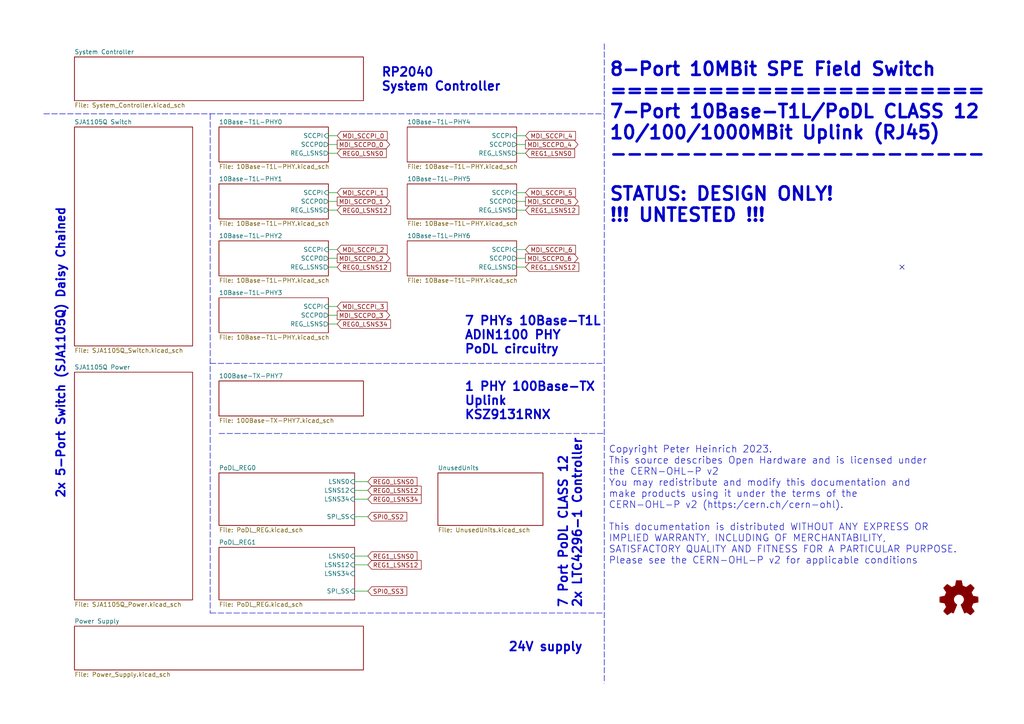
<source format=kicad_sch>
(kicad_sch (version 20211123) (generator eeschema)
  (paper "A4")
  (title_block (title "Open Hardware 10Base-T1L Switch") (date "2023-04-07") (rev "REV A") (company "Peter Heinrich") (comment 1 "Open Hardware License CERN-OHL-P v2") (comment 2 "https://github.com/peterheinrich/Open_10Base-T1L_Switch"))
  (lib_symbols
    (symbol "Graphic:Logo_Open_Hardware_Small" (pin_names (offset 1.016))
      (symbol "Logo_Open_Hardware_Small_0_1"
        (polyline (pts (xy 3.3528 -4.3434) (xy 3.302 -4.318) (xy 3.175 -4.2418) (xy 2.9972 -4.1148) (xy 2.7686 -3.9624) (xy 2.54 -3.81) (xy 2.3622 -3.7084) (xy 2.2352 -3.6068) (xy 2.1844 -3.5814) (xy 2.159 -3.6068) (xy 2.0574 -3.6576) (xy 1.905 -3.7338) (xy 1.8034 -3.7846) (xy 1.6764 -3.8354) (xy 1.6002 -3.8354) (xy 1.6002 -3.8354) (xy 1.5494 -3.7338) (xy 1.4732 -3.5306) (xy 1.3462 -3.302) (xy 1.2446 -3.0226) (xy 1.1176 -2.7178) (xy 0.9652 -2.413) (xy 0.8636 -2.1082) (xy 0.7366 -1.8288) (xy 0.6604 -1.6256) (xy 0.6096 -1.4732) (xy 0.5842 -1.397) (xy 0.5842 -1.397) (xy 0.6604 -1.3208) (xy 0.7874 -1.2446) (xy 1.0414 -1.016) (xy 1.2954 -0.6858) (xy 1.4478 -0.3302) (xy 1.524 0.0762) (xy 1.4732 0.4572) (xy 1.3208 0.8128) (xy 1.0668 1.143) (xy 0.762 1.3716) (xy 0.4064 1.524) (xy 0 1.5748) (xy -0.381 1.5494) (xy -0.7366 1.397) (xy -1.0668 1.143) (xy -1.2192 0.9906) (xy -1.397 0.6604) (xy -1.524 0.3048) (xy -1.524 0.2286) (xy -1.4986 -0.1778) (xy -1.397 -0.5334) (xy -1.1938 -0.8636) (xy -0.9144 -1.143) (xy -0.8636 -1.1684) (xy -0.7366 -1.27) (xy -0.635 -1.3462) (xy -0.5842 -1.397) (xy -1.0668 -2.5908) (xy -1.143 -2.794) (xy -1.2954 -3.1242) (xy -1.397 -3.4036) (xy -1.4986 -3.6322) (xy -1.5748 -3.7846) (xy -1.6002 -3.8354) (xy -1.6002 -3.8354) (xy -1.651 -3.8354) (xy -1.7272 -3.81) (xy -1.905 -3.7338) (xy -2.0066 -3.683) (xy -2.1336 -3.6068) (xy -2.2098 -3.5814) (xy -2.2606 -3.6068) (xy -2.3622 -3.683) (xy -2.54 -3.81) (xy -2.7686 -3.9624) (xy -2.9718 -4.0894) (xy -3.1496 -4.2164) (xy -3.302 -4.318) (xy -3.3528 -4.3434) (xy -3.3782 -4.3434) (xy -3.429 -4.318) (xy -3.5306 -4.2164) (xy -3.7084 -4.064) (xy -3.937 -3.8354) (xy -3.9624 -3.81) (xy -4.1656 -3.6068) (xy -4.318 -3.4544) (xy -4.4196 -3.3274) (xy -4.445 -3.2766) (xy -4.445 -3.2766) (xy -4.4196 -3.2258) (xy -4.318 -3.0734) (xy -4.2164 -2.8956) (xy -4.064 -2.667) (xy -3.6576 -2.0828) (xy -3.8862 -1.5494) (xy -3.937 -1.3716) (xy -4.0386 -1.1684) (xy -4.0894 -1.0414) (xy -4.1148 -0.9652) (xy -4.191 -0.9398) (xy -4.318 -0.9144) (xy -4.5466 -0.8636) (xy -4.8006 -0.8128) (xy -5.0546 -0.7874) (xy -5.2578 -0.7366) (xy -5.4356 -0.7112) (xy -5.5118 -0.6858) (xy -5.5118 -0.6858) (xy -5.5372 -0.635) (xy -5.5372 -0.5588) (xy -5.5372 -0.4318) (xy -5.5626 -0.2286) (xy -5.5626 0.0762) (xy -5.5626 0.127) (xy -5.5372 0.4064) (xy -5.5372 0.635) (xy -5.5372 0.762) (xy -5.5372 0.8382) (xy -5.5372 0.8382) (xy -5.461 0.8382) (xy -5.3086 0.889) (xy -5.08 0.9144) (xy -4.826 0.9652) (xy -4.8006 0.9906) (xy -4.5466 1.0414) (xy -4.318 1.0668) (xy -4.1656 1.1176) (xy -4.0894 1.143) (xy -4.0894 1.143) (xy -4.0386 1.2446) (xy -3.9624 1.4224) (xy -3.8608 1.6256) (xy -3.7846 1.8288) (xy -3.7084 2.0066) (xy -3.6576 2.159) (xy -3.6322 2.2098) (xy -3.6322 2.2098) (xy -3.683 2.286) (xy -3.7592 2.413) (xy -3.8862 2.5908) (xy -4.064 2.8194) (xy -4.064 2.8448) (xy -4.2164 3.0734) (xy -4.3434 3.2512) (xy -4.4196 3.3782) (xy -4.445 3.4544) (xy -4.445 3.4544) (xy -4.3942 3.5052) (xy -4.2926 3.6322) (xy -4.1148 3.81) (xy -3.937 4.0132) (xy -3.8608 4.064) (xy -3.6576 4.2926) (xy -3.5052 4.4196) (xy -3.4036 4.4958) (xy -3.3528 4.5212) (xy -3.3528 4.5212) (xy -3.302 4.4704) (xy -3.1496 4.3688) (xy -2.9718 4.2418) (xy -2.7432 4.0894) (xy -2.7178 4.0894) (xy -2.4892 3.937) (xy -2.3114 3.81) (xy -2.1844 3.7084) (xy -2.1336 3.683) (xy -2.1082 3.683) (xy -2.032 3.7084) (xy -1.8542 3.7592) (xy -1.6764 3.8354) (xy -1.4732 3.937) (xy -1.27 4.0132) (xy -1.143 4.064) (xy -1.0668 4.1148) (xy -1.0668 4.1148) (xy -1.0414 4.191) (xy -1.016 4.3434) (xy -0.9652 4.572) (xy -0.9144 4.8514) (xy -0.889 4.9022) (xy -0.8382 5.1562) (xy -0.8128 5.3848) (xy -0.7874 5.5372) (xy -0.762 5.588) (xy -0.7112 5.6134) (xy -0.5842 5.6134) (xy -0.4064 5.6134) (xy -0.1524 5.6134) (xy 0.0762 5.6134) (xy 0.3302 5.6134) (xy 0.5334 5.6134) (xy 0.6858 5.588) (xy 0.7366 5.588) (xy 0.7366 5.588) (xy 0.762 5.5118) (xy 0.8128 5.334) (xy 0.8382 5.1054) (xy 0.9144 4.826) (xy 0.9144 4.7752) (xy 0.9652 4.5212) (xy 1.016 4.2926) (xy 1.0414 4.1402) (xy 1.0668 4.0894) (xy 1.0668 4.0894) (xy 1.1938 4.0386) (xy 1.3716 3.9624) (xy 1.5748 3.8608) (xy 2.0828 3.6576) (xy 2.7178 4.0894) (xy 2.7686 4.1402) (xy 2.9972 4.2926) (xy 3.175 4.4196) (xy 3.302 4.4958) (xy 3.3782 4.5212) (xy 3.3782 4.5212) (xy 3.429 4.4704) (xy 3.556 4.3434) (xy 3.7338 4.191) (xy 3.9116 3.9878) (xy 4.064 3.8354) (xy 4.2418 3.6576) (xy 4.3434 3.556) (xy 4.4196 3.4798) (xy 4.4196 3.429) (xy 4.4196 3.4036) (xy 4.3942 3.3274) (xy 4.2926 3.2004) (xy 4.1656 2.9972) (xy 4.0132 2.794) (xy 3.8862 2.5908) (xy 3.7592 2.3876) (xy 3.6576 2.2352) (xy 3.6322 2.159) (xy 3.6322 2.1336) (xy 3.683 2.0066) (xy 3.7592 1.8288) (xy 3.8608 1.6002) (xy 4.064 1.1176) (xy 4.3942 1.0414) (xy 4.5974 1.016) (xy 4.8768 0.9652) (xy 5.1308 0.9144) (xy 5.5372 0.8382) (xy 5.5626 -0.6604) (xy 5.4864 -0.6858) (xy 5.4356 -0.6858) (xy 5.2832 -0.7366) (xy 5.0546 -0.762) (xy 4.8006 -0.8128) (xy 4.5974 -0.8636) (xy 4.3688 -0.9144) (xy 4.2164 -0.9398) (xy 4.1402 -0.9398) (xy 4.1148 -0.9652) (xy 4.064 -1.0668) (xy 3.9878 -1.2446) (xy 3.9116 -1.4478) (xy 3.81 -1.651) (xy 3.7338 -1.8542) (xy 3.683 -2.0066) (xy 3.6576 -2.0828) (xy 3.683 -2.1336) (xy 3.7846 -2.2606) (xy 3.8862 -2.4638) (xy 4.0386 -2.667) (xy 4.191 -2.8956) (xy 4.318 -3.0734) (xy 4.3942 -3.2004) (xy 4.445 -3.2766) (xy 4.4196 -3.3274) (xy 4.3434 -3.429) (xy 4.1656 -3.5814) (xy 3.937 -3.8354) (xy 3.8862 -3.8608) (xy 3.683 -4.064) (xy 3.5306 -4.2164) (xy 3.4036 -4.318) (xy 3.3528 -4.3434)) (fill (type outline)))
      )
    )
  )
  (no_connect (at 261.62 77.47))
  (wire (pts (xy 95.25 88.9) (xy 97.79 88.9)))
  (polyline (pts (xy 175.26 33.02) (xy 175.26 175.26)))
  (polyline (pts (xy 175.26 12.7) (xy 175.26 33.02)))
  (polyline (pts (xy 60.96 33.02) (xy 60.96 177.8)))
  (wire (pts (xy 95.25 41.91) (xy 97.79 41.91)))
  (polyline (pts (xy 60.96 105.41) (xy 175.26 105.41)))
  (wire (pts (xy 102.87 171.45) (xy 106.68 171.45)))
  (wire (pts (xy 95.25 60.96) (xy 97.79 60.96)))
  (wire (pts (xy 95.25 93.98) (xy 97.79 93.98)))
  (wire (pts (xy 95.25 39.37) (xy 97.79 39.37)))
  (wire (pts (xy 149.86 72.39) (xy 152.4 72.39)))
  (wire (pts (xy 102.87 149.86) (xy 106.68 149.86)))
  (wire (pts (xy 95.25 91.44) (xy 97.79 91.44)))
  (polyline (pts (xy 175.26 175.26) (xy 175.26 198.12)))
  (polyline (pts (xy 12.7 33.02) (xy 175.26 33.02)))
  (polyline (pts (xy 60.96 177.8) (xy 175.26 177.8)))
  (wire (pts (xy 102.87 163.83) (xy 106.68 163.83)))
  (wire (pts (xy 102.87 161.29) (xy 106.68 161.29)))
  (wire (pts (xy 149.86 41.91) (xy 152.4 41.91)))
  (wire (pts (xy 102.87 144.78) (xy 106.68 144.78)))
  (wire (pts (xy 149.86 44.45) (xy 152.4 44.45)))
  (wire (pts (xy 95.25 77.47) (xy 97.79 77.47)))
  (wire (pts (xy 149.86 77.47) (xy 152.4 77.47)))
  (wire (pts (xy 149.86 74.93) (xy 152.4 74.93)))
  (wire (pts (xy 95.25 58.42) (xy 97.79 58.42)))
  (wire (pts (xy 95.25 44.45) (xy 97.79 44.45)))
  (wire (pts (xy 149.86 58.42) (xy 152.4 58.42)))
  (wire (pts (xy 149.86 55.88) (xy 152.4 55.88)))
  (wire (pts (xy 95.25 72.39) (xy 97.79 72.39)))
  (wire (pts (xy 102.87 142.24) (xy 106.68 142.24)))
  (wire (pts (xy 102.87 139.7) (xy 106.68 139.7)))
  (wire (pts (xy 95.25 74.93) (xy 97.79 74.93)))
  (wire (pts (xy 149.86 39.37) (xy 152.4 39.37)))
  (wire (pts (xy 95.25 55.88) (xy 97.79 55.88)))
  (polyline (pts (xy 63.5 125.73) (xy 175.26 125.73)))
  (wire (pts (xy 149.86 60.96) (xy 152.4 60.96)))
  (text "Copyright Peter Heinrich 2023.\nThis source describes Open Hardware and is licensed under \nthe CERN-OHL-P v2\nYou may redistribute and modify this documentation and \nmake products using it under the terms of the \nCERN-OHL-P v2 (https:/cern.ch/cern-ohl). \n\nThis documentation is distributed WITHOUT ANY EXPRESS OR \nIMPLIED WARRANTY, INCLUDING OF MERCHANTABILITY, \nSATISFACTORY QUALITY AND FITNESS FOR A PARTICULAR PURPOSE. \nPlease see the CERN-OHL-P v2 for applicable conditions" (at 176.53 163.83 0) (effects (font (size 2 2)) (justify left bottom)))
  (text "STATUS: DESIGN ONLY!\n!!! UNTESTED !!!" (at 176.53 64.77 0) (effects (font (size 3.81 3.81) bold) (justify left bottom)))
  (text "7 PHYs 10Base-T1L\nADIN1100 PHY\nPoDL circuitry" (at 134.62 102.87 0) (effects (font (size 2.54 2.54) (thickness 0.508) bold) (justify left bottom)))
  (text "7 Port PoDL CLASS 12\n2x LTC4296-1 Controller" (at 168.91 176.53 90) (effects (font (size 2.54 2.54) bold) (justify left bottom)))
  (text "RP2040\nSystem Controller" (at 110.49 26.67 0) (effects (font (size 2.54 2.54) bold) (justify left bottom)))
  (text "2x 5-Port Switch (SJA1105Q) Daisy Chained" (at 19.05 144.78 90) (effects (font (size 2.45 2.45) bold) (justify left bottom)))
  (text "24V supply" (at 147.32 189.23 0) (effects (font (size 2.54 2.54) bold) (justify left bottom)))
  (text "1 PHY 100Base-TX\nUplink\nKSZ9131RNX" (at 134.62 121.92 0) (effects (font (size 2.54 2.54) bold) (justify left bottom)))
  (text "8-Port 10MBit SPE Field Switch \n=======================\n7-Port 10Base-T1L/PoDL CLASS 12\n10/100/1000MBit Uplink (RJ45)\n-----------------------\n" (at 176.53 46.99 0) (effects (font (size 3.81 3.81) bold) (justify left bottom)))
  (global_label "SPI0_SS2" (shape input) (at 106.68 149.86 0) (property "Intersheet References" "${INTERSHEET_REFS}" (effects hide)))
  (global_label "REG1_LSNS0" (shape input) (at 152.4 44.45 0) (property "Intersheet References" "${INTERSHEET_REFS}" (effects hide)))
  (global_label "MDI_SCCPI_6" (shape input) (at 152.4 72.39 0) (property "Intersheet References" "${INTERSHEET_REFS}" (effects hide)))
  (global_label "MDI_SCCPO_0" (shape output) (at 97.79 41.91 0) (property "Intersheet References" "${INTERSHEET_REFS}" (effects hide)))
  (global_label "REG0_LSNS34" (shape input) (at 97.79 93.98 0) (property "Intersheet References" "${INTERSHEET_REFS}" (effects hide)))
  (global_label "MDI_SCCPI_1" (shape input) (at 97.79 55.88 0) (property "Intersheet References" "${INTERSHEET_REFS}" (effects hide)))
  (global_label "REG1_LSNS12" (shape input) (at 106.68 163.83 0) (property "Intersheet References" "${INTERSHEET_REFS}" (effects hide)))
  (global_label "MDI_SCCPI_2" (shape input) (at 97.79 72.39 0) (property "Intersheet References" "${INTERSHEET_REFS}" (effects hide)))
  (global_label "MDI_SCCPO_1" (shape output) (at 97.79 58.42 0) (property "Intersheet References" "${INTERSHEET_REFS}" (effects hide)))
  (global_label "REG0_LSNS34" (shape input) (at 106.68 144.78 0) (property "Intersheet References" "${INTERSHEET_REFS}" (effects hide)))
  (global_label "MDI_SCCPO_6" (shape output) (at 152.4 74.93 0) (property "Intersheet References" "${INTERSHEET_REFS}" (effects hide)))
  (global_label "MDI_SCCPI_0" (shape input) (at 97.79 39.37 0) (property "Intersheet References" "${INTERSHEET_REFS}" (effects hide)))
  (global_label "REG1_LSNS0" (shape input) (at 106.68 161.29 0) (property "Intersheet References" "${INTERSHEET_REFS}" (effects hide)))
  (global_label "REG0_LSNS12" (shape input) (at 97.79 60.96 0) (property "Intersheet References" "${INTERSHEET_REFS}" (effects hide)))
  (global_label "REG0_LSNS0" (shape input) (at 97.79 44.45 0) (property "Intersheet References" "${INTERSHEET_REFS}" (effects hide)))
  (global_label "REG1_LSNS12" (shape input) (at 152.4 60.96 0) (property "Intersheet References" "${INTERSHEET_REFS}" (effects hide)))
  (global_label "REG0_LSNS12" (shape input) (at 97.79 77.47 0) (property "Intersheet References" "${INTERSHEET_REFS}" (effects hide)))
  (global_label "SPI0_SS3" (shape input) (at 106.68 171.45 0) (property "Intersheet References" "${INTERSHEET_REFS}" (effects hide)))
  (global_label "MDI_SCCPO_2" (shape output) (at 97.79 74.93 0) (property "Intersheet References" "${INTERSHEET_REFS}" (effects hide)))
  (global_label "REG0_LSNS12" (shape input) (at 106.68 142.24 0) (property "Intersheet References" "${INTERSHEET_REFS}" (effects hide)))
  (global_label "MDI_SCCPI_4" (shape input) (at 152.4 39.37 0) (property "Intersheet References" "${INTERSHEET_REFS}" (effects hide)))
  (global_label "MDI_SCCPI_3" (shape input) (at 97.79 88.9 0) (property "Intersheet References" "${INTERSHEET_REFS}" (effects hide)))
  (global_label "MDI_SCCPO_5" (shape output) (at 152.4 58.42 0) (property "Intersheet References" "${INTERSHEET_REFS}" (effects hide)))
  (global_label "MDI_SCCPO_3" (shape output) (at 97.79 91.44 0) (property "Intersheet References" "${INTERSHEET_REFS}" (effects hide)))
  (global_label "REG0_LSNS0" (shape input) (at 106.68 139.7 0) (property "Intersheet References" "${INTERSHEET_REFS}" (effects hide)))
  (global_label "MDI_SCCPO_4" (shape output) (at 152.4 41.91 0) (property "Intersheet References" "${INTERSHEET_REFS}" (effects hide)))
  (global_label "REG1_LSNS12" (shape input) (at 152.4 77.47 0) (property "Intersheet References" "${INTERSHEET_REFS}" (effects hide)))
  (global_label "MDI_SCCPI_5" (shape input) (at 152.4 55.88 0) (property "Intersheet References" "${INTERSHEET_REFS}" (effects hide)))
  (symbol (lib_id "Graphic:Logo_Open_Hardware_Small") (at 278.13 173.99 0) (unit 1)
    (property "Reference" "#LOGO101" (effects hide))
    (property "Value" "Logo_Open_Hardware_Small" (effects hide))
  )
  (sheet (at 63.5 137.16) (size 39.37 15.24) (stroke (width 0.1524))
    (property "Sheet name" "PoDL_REG0" (at 63.5 136.4484 0) (effects (justify left bottom)))
    (property "Sheet file" "PoDL_REG.kicad_sch" (at 63.5 152.9846 0) (effects (justify left top)))
    (pin "LSNS12" input (at 102.87 142.24 0))
    (pin "LSNS0" input (at 102.87 139.7 0))
    (pin "LSNS34" input (at 102.87 144.78 0))
    (pin "SPI_SS" input (at 102.87 149.86 0))
  )
  (sheet (at 63.5 110.49) (size 41.91 10.16) (stroke (width 0.1524))
    (property "Sheet name" "100Base-TX-PHY7" (at 63.5 109.7784 0) (effects (justify left bottom)))
    (property "Sheet file" "100Base-TX-PHY7.kicad_sch" (at 63.5 121.2346 0) (effects (justify left top)))
  )
  (sheet (at 127 137.16) (size 30.48 15.24) (stroke (width 0.1524))
    (property "Sheet name" "UnusedUnits" (at 127 136.4484 0) (effects (justify left bottom)))
    (property "Sheet file" "UnusedUnits.kicad_sch" (at 127 152.9846 0) (effects (justify left top)))
  )
  (sheet (at 63.5 36.83) (size 31.75 10.16) (stroke (width 0.1524))
    (property "Sheet name" "10Base-T1L-PHY0" (at 63.5 36.1184 0) (effects (justify left bottom)))
    (property "Sheet file" "10Base-T1L-PHY.kicad_sch" (at 63.5 47.5746 0) (effects (justify left top)))
    (pin "SCCPI" input (at 95.25 39.37 0))
    (pin "SCCPO" output (at 95.25 41.91 0))
    (pin "REG_LSNS" output (at 95.25 44.45 0))
  )
  (sheet (at 63.5 158.75) (size 39.37 15.24) (stroke (width 0.1524))
    (property "Sheet name" "PoDL_REG1" (at 63.5 158.0384 0) (effects (justify left bottom)))
    (property "Sheet file" "PoDL_REG.kicad_sch" (at 63.5 174.5746 0) (effects (justify left top)))
    (pin "LSNS12" input (at 102.87 163.83 0))
    (pin "LSNS0" input (at 102.87 161.29 0))
    (pin "LSNS34" input (at 102.87 166.37 0))
    (pin "SPI_SS" input (at 102.87 171.45 0))
  )
  (sheet (at 118.11 36.83) (size 31.75 10.16) (stroke (width 0.1524))
    (property "Sheet name" "10Base-T1L-PHY4" (at 118.11 36.1184 0) (effects (justify left bottom)))
    (property "Sheet file" "10Base-T1L-PHY.kicad_sch" (at 118.11 47.5746 0) (effects (justify left top)))
    (pin "SCCPI" input (at 149.86 39.37 0))
    (pin "SCCPO" output (at 149.86 41.91 0))
    (pin "REG_LSNS" output (at 149.86 44.45 0))
  )
  (sheet (at 21.59 107.95) (size 34.29 66.04) (stroke (width 0.1524))
    (property "Sheet name" "SJA1105Q Power" (at 21.59 107.2384 0) (effects (justify left bottom)))
    (property "Sheet file" "SJA1105Q_Power.kicad_sch" (at 21.59 174.5746 0) (effects (justify left top)))
  )
  (sheet (at 63.5 86.36) (size 31.75 10.16) (stroke (width 0.1524))
    (property "Sheet name" "10Base-T1L-PHY3" (at 63.5 85.6484 0) (effects (justify left bottom)))
    (property "Sheet file" "10Base-T1L-PHY.kicad_sch" (at 63.5 97.1046 0) (effects (justify left top)))
    (pin "SCCPI" input (at 95.25 88.9 0))
    (pin "SCCPO" output (at 95.25 91.44 0))
    (pin "REG_LSNS" output (at 95.25 93.98 0))
  )
  (sheet (at 118.11 69.85) (size 31.75 10.16) (stroke (width 0.1524))
    (property "Sheet name" "10Base-T1L-PHY6" (at 118.11 69.1384 0) (effects (justify left bottom)))
    (property "Sheet file" "10Base-T1L-PHY.kicad_sch" (at 118.11 80.5946 0) (effects (justify left top)))
    (pin "SCCPI" input (at 149.86 72.39 0))
    (pin "SCCPO" output (at 149.86 74.93 0))
    (pin "REG_LSNS" output (at 149.86 77.47 0))
  )
  (sheet (at 21.59 36.83) (size 34.29 63.5) (stroke (width 0.1524))
    (property "Sheet name" "SJA1105Q Switch" (at 21.59 36.1184 0) (effects (justify left bottom)))
    (property "Sheet file" "SJA1105Q_Switch.kicad_sch" (at 21.59 100.9146 0) (effects (justify left top)))
  )
  (sheet (at 63.5 69.85) (size 31.75 10.16) (stroke (width 0.1524))
    (property "Sheet name" "10Base-T1L-PHY2" (at 63.5 69.1384 0) (effects (justify left bottom)))
    (property "Sheet file" "10Base-T1L-PHY.kicad_sch" (at 63.5 80.5946 0) (effects (justify left top)))
    (pin "SCCPI" input (at 95.25 72.39 0))
    (pin "SCCPO" output (at 95.25 74.93 0))
    (pin "REG_LSNS" output (at 95.25 77.47 0))
  )
  (sheet (at 21.59 181.61) (size 83.82 12.7) (stroke (width 0.1524))
    (property "Sheet name" "Power Supply" (at 21.59 180.8984 0) (effects (justify left bottom)))
    (property "Sheet file" "Power_Supply.kicad_sch" (at 21.59 194.8946 0) (effects (justify left top)))
  )
  (sheet (at 63.5 53.34) (size 31.75 10.16) (stroke (width 0.1524))
    (property "Sheet name" "10Base-T1L-PHY1" (at 63.5 52.6284 0) (effects (justify left bottom)))
    (property "Sheet file" "10Base-T1L-PHY.kicad_sch" (at 63.5 64.0846 0) (effects (justify left top)))
    (pin "SCCPI" input (at 95.25 55.88 0))
    (pin "SCCPO" output (at 95.25 58.42 0))
    (pin "REG_LSNS" output (at 95.25 60.96 0))
  )
  (sheet (at 118.11 53.34) (size 31.75 10.16) (stroke (width 0.1524))
    (property "Sheet name" "10Base-T1L-PHY5" (at 118.11 52.6284 0) (effects (justify left bottom)))
    (property "Sheet file" "10Base-T1L-PHY.kicad_sch" (at 118.11 64.0846 0) (effects (justify left top)))
    (pin "SCCPI" input (at 149.86 55.88 0))
    (pin "SCCPO" output (at 149.86 58.42 0))
    (pin "REG_LSNS" output (at 149.86 60.96 0))
  )
  (sheet (at 21.59 16.51) (size 83.82 12.7) (stroke (width 0.1524))
    (property "Sheet name" "System Controller" (at 21.59 15.7984 0) (effects (justify left bottom)))
    (property "Sheet file" "System_Controller.kicad_sch" (at 21.59 29.7946 0) (effects (justify left top)))
  )
)
</source>
